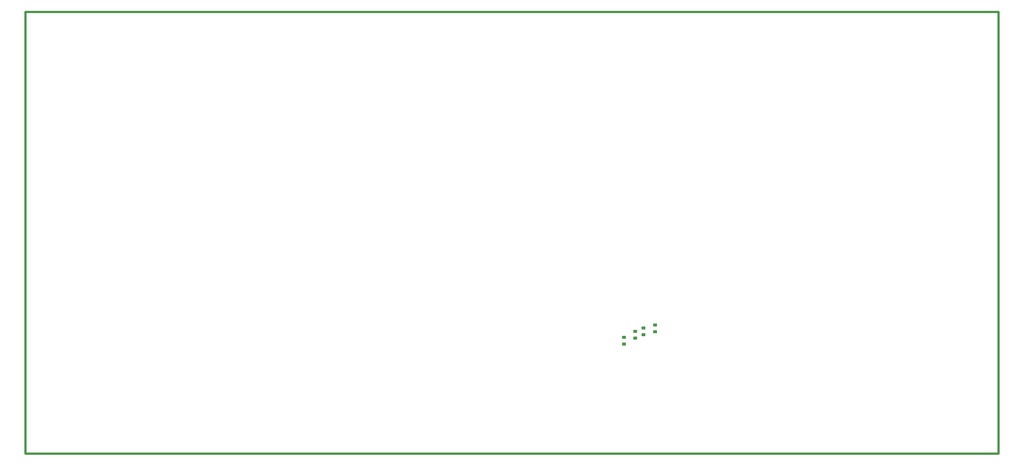
<source format=gbp>
G04 Layer_Color=128*
%FSLAX44Y44*%
%MOMM*%
G71*
G01*
G75*
%ADD14R,0.9000X0.7000*%
%ADD31C,0.5080*%
D14*
X2393950Y1800740D02*
D03*
Y1785740D02*
D03*
X2412492Y1808360D02*
D03*
Y1793360D02*
D03*
X2439416Y1815218D02*
D03*
Y1800218D02*
D03*
X2368550Y1787278D02*
D03*
Y1772278D02*
D03*
D31*
X1016000Y1524000D02*
Y2523998D01*
X3215640Y1524000D02*
Y2523998D01*
X1016000D02*
X3215640D01*
X1016000Y1524000D02*
X3215640D01*
M02*

</source>
